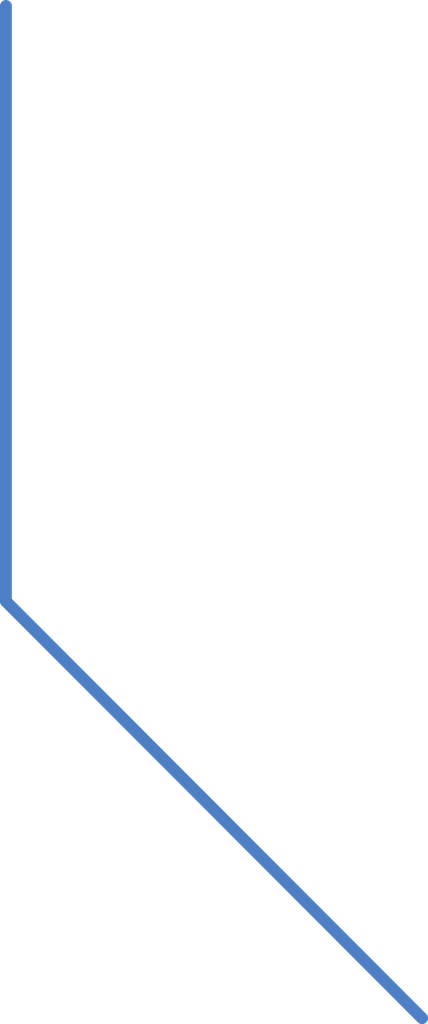
<source format=kicad_pcb>
(kicad_pcb (version 3) (host pcbnew "(2013-jul-07)-stable")

  (general
    (links 0)
    (no_connects 0)
    (area 0 0 0 0)
    (thickness 1.6)
    (drawings 0)
    (tracks 2)
    (zones 0)
    (modules 0)
    (nets 1)
  )

  (page USLetter)
  (title_block 
    (title "LOGIC CLOCK")
    (rev 1)
    (company "Michael Craft")
  )

  (layers
    (15 F.Cu signal)
    (0 B.Cu signal)
    (16 B.Adhes user)
    (17 F.Adhes user)
    (18 B.Paste user)
    (19 F.Paste user)
    (20 B.SilkS user)
    (21 F.SilkS user)
    (22 B.Mask user)
    (23 F.Mask user)
    (24 Dwgs.User user)
    (25 Cmts.User user)
    (26 Eco1.User user)
    (27 Eco2.User user)
    (28 Edge.Cuts user)
  )

  (setup
    (last_trace_width 0.254)
    (trace_clearance 0.254)
    (zone_clearance 0.508)
    (zone_45_only no)
    (trace_min 0.254)
    (segment_width 0.2)
    (edge_width 0.1)
    (via_size 0.889)
    (via_drill 0.635)
    (via_min_size 0.889)
    (via_min_drill 0.508)
    (uvia_size 0.508)
    (uvia_drill 0.127)
    (uvias_allowed no)
    (uvia_min_size 0.508)
    (uvia_min_drill 0.127)
    (pcb_text_width 0.3)
    (pcb_text_size 1.5 1.5)
    (mod_edge_width 0.15)
    (mod_text_size 1 1)
    (mod_text_width 0.15)
    (pad_size 1.5 1.5)
    (pad_drill 0.6)
    (pad_to_mask_clearance 0)
    (aux_axis_origin 0 0)
    (visible_elements FFFFFFBF)
    (pcbplotparams
      (layerselection 3178497)
      (usegerberextensions true)
      (excludeedgelayer true)
      (linewidth 0.150000)
      (plotframeref false)
      (viasonmask false)
      (mode 1)
      (useauxorigin false)
      (hpglpennumber 1)
      (hpglpenspeed 20)
      (hpglpendiameter 15)
      (hpglpenoverlay 2)
      (psnegative false)
      (psa4output false)
      (plotreference true)
      (plotvalue true)
      (plotothertext true)
      (plotinvisibletext false)
      (padsonsilk false)
      (subtractmaskfromsilk false)
      (outputformat 1)
      (mirror false)
      (drillshape 1)
      (scaleselection 1)
      (outputdirectory ""))
  )

  (net 0 "")

  (net_class Default "This is the default net class."
    (clearance 0.254)
    (trace_width 0.254)
    (via_dia 0.889)
    (via_drill 0.635)
    (uvia_dia 0.508)
    (uvia_drill 0.127)
    (add_net "")
  )

  (segment (start 99.06 78.74) (end 99.06 91.44) (width 0.254) (layer B.Cu) (net 0))
  (segment (start 99.06 91.44) (end 107.95 100.33) (width 0.254) (layer B.Cu) (net 0) (tstamp 574BC7F1))

)

</source>
